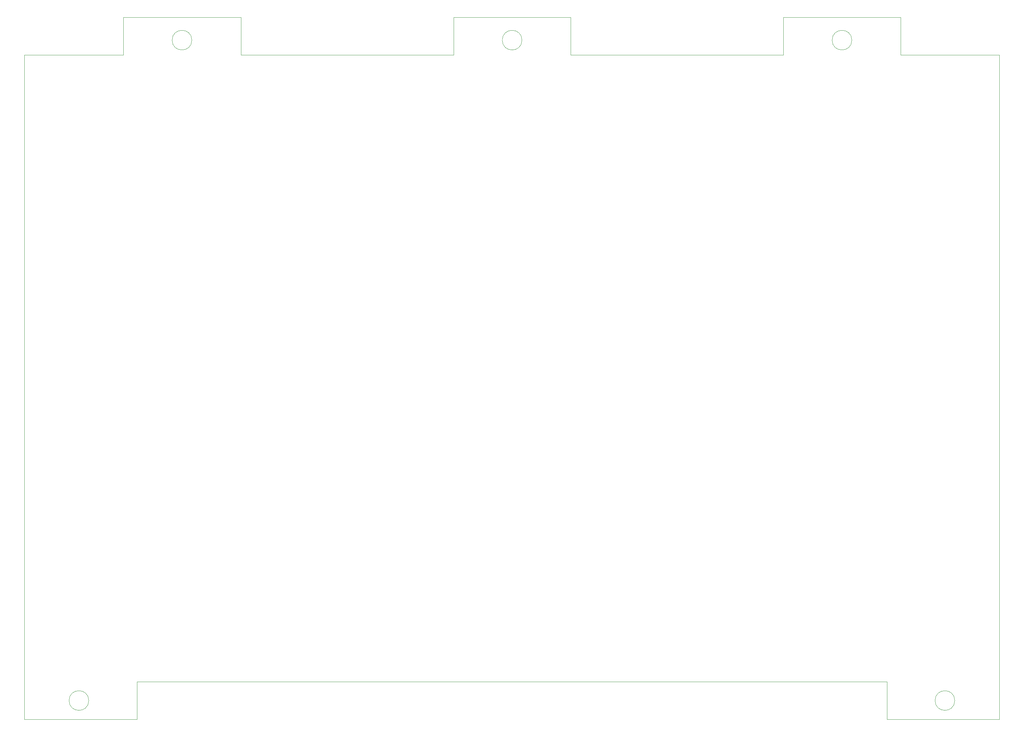
<source format=gbr>
%TF.GenerationSoftware,KiCad,Pcbnew,(5.1.10)-1*%
%TF.CreationDate,2021-12-21T23:50:08-05:00*%
%TF.ProjectId,CaelusPCB,4361656c-7573-4504-9342-2e6b69636164,rev?*%
%TF.SameCoordinates,Original*%
%TF.FileFunction,Profile,NP*%
%FSLAX46Y46*%
G04 Gerber Fmt 4.6, Leading zero omitted, Abs format (unit mm)*
G04 Created by KiCad (PCBNEW (5.1.10)-1) date 2021-12-21 23:50:08*
%MOMM*%
%LPD*%
G01*
G04 APERTURE LIST*
%TA.AperFunction,Profile*%
%ADD10C,0.050000*%
%TD*%
G04 APERTURE END LIST*
D10*
X286454200Y-256839000D02*
G75*
G03*
X286454200Y-256839000I-2500000J0D01*
G01*
X66490200Y-256839000D02*
G75*
G03*
X66490200Y-256839000I-2500000J0D01*
G01*
X105156000Y-83180000D02*
X75250000Y-83180000D01*
X260310000Y-88945000D02*
G75*
G03*
X260310000Y-88945000I-2500000J0D01*
G01*
X176523000Y-88945000D02*
G75*
G03*
X176523000Y-88945000I-2500000J0D01*
G01*
X92670000Y-88945000D02*
G75*
G03*
X92670000Y-88945000I-2500000J0D01*
G01*
X159136000Y-83180000D02*
X188910000Y-83180000D01*
X159136000Y-83180000D02*
X159136000Y-92710000D01*
X188910000Y-92710000D02*
X188910000Y-83180000D01*
X242890000Y-92710000D02*
X188910000Y-92710000D01*
X242890000Y-92710000D02*
X242890000Y-83180000D01*
X242890000Y-83180000D02*
X272730000Y-83180000D01*
X272730000Y-83180000D02*
X272730000Y-92710000D01*
X105156000Y-83180000D02*
X105156000Y-92710000D01*
X75250000Y-92710000D02*
X75250000Y-83180000D01*
X159136000Y-92710000D02*
X105156000Y-92710000D01*
X297815000Y-92710000D02*
X272730000Y-92710000D01*
X75250000Y-92710000D02*
X50165000Y-92710000D01*
X50165000Y-250190000D02*
X50165000Y-92710000D01*
X297815000Y-261620000D02*
X297815000Y-250190000D01*
X269240000Y-261620000D02*
X297815000Y-261620000D01*
X269240000Y-252095000D02*
X269240000Y-261620000D01*
X78735000Y-252095000D02*
X269240000Y-252095000D01*
X78735000Y-261620000D02*
X78735000Y-252095000D01*
X50165000Y-261620000D02*
X78735000Y-261620000D01*
X50165000Y-259715000D02*
X50165000Y-261620000D01*
X50165000Y-259715000D02*
X50165000Y-250190000D01*
X297815000Y-92710000D02*
X297815000Y-250190000D01*
M02*

</source>
